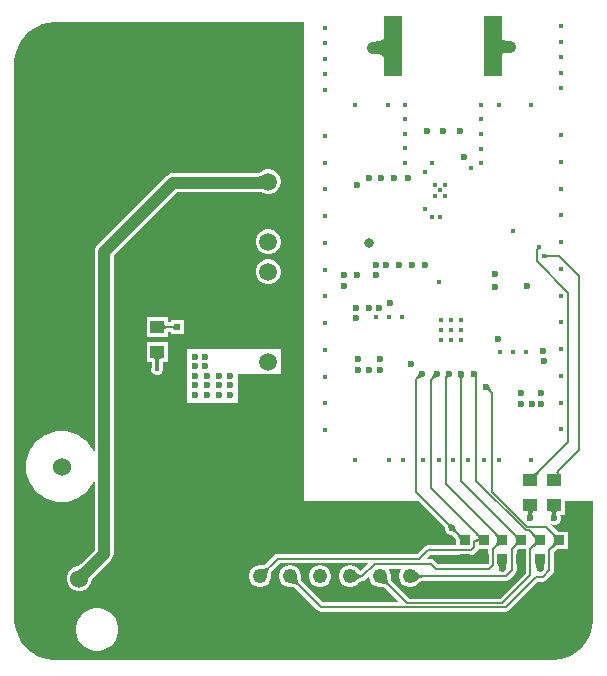
<source format=gbl>
G04*
G04 #@! TF.GenerationSoftware,Altium Limited,Altium Designer,22.1.2 (22)*
G04*
G04 Layer_Physical_Order=4*
G04 Layer_Color=16711680*
%FSLAX25Y25*%
%MOIN*%
G70*
G04*
G04 #@! TF.SameCoordinates,5B492A3F-CB9A-4010-B6E6-7C5E2EA9E8FC*
G04*
G04*
G04 #@! TF.FilePolarity,Positive*
G04*
G01*
G75*
%ADD10C,0.00787*%
%ADD49R,0.05984X0.20000*%
%ADD64R,0.02165X0.02165*%
%ADD76C,0.00394*%
%ADD77C,0.02362*%
%ADD80C,0.01181*%
%ADD81C,0.03937*%
%ADD82C,0.06000*%
%ADD83C,0.05984*%
%ADD84C,0.04882*%
%ADD85R,0.04882X0.04882*%
%ADD86C,0.23622*%
%ADD87C,0.06024*%
%ADD88R,0.06024X0.06024*%
%ADD89C,0.02362*%
%ADD90C,0.03150*%
%ADD91C,0.01575*%
%ADD100R,0.03819X0.03425*%
%ADD101R,0.04724X0.04331*%
G36*
X164571Y209014D02*
X164654Y208878D01*
X164793Y208758D01*
X164988Y208654D01*
X165238Y208566D01*
X165544Y208494D01*
X165905Y208438D01*
X166322Y208398D01*
X167323Y208366D01*
Y204429D01*
X166795Y204421D01*
X165905Y204357D01*
X165544Y204301D01*
X165238Y204229D01*
X164988Y204141D01*
X164793Y204037D01*
X164654Y203918D01*
X164571Y203782D01*
X164543Y203630D01*
Y209166D01*
X164571Y209014D01*
D02*
G37*
G36*
X125221Y202350D02*
X125183Y202689D01*
X125070Y202992D01*
X124882Y203260D01*
X124619Y203492D01*
X124280Y203688D01*
X123866Y203849D01*
X123376Y203973D01*
X122812Y204063D01*
X122172Y204116D01*
X121457Y204134D01*
Y208071D01*
X122172Y208089D01*
X122812Y208142D01*
X123376Y208231D01*
X123866Y208356D01*
X124280Y208517D01*
X124619Y208713D01*
X124882Y208945D01*
X125070Y209212D01*
X125183Y209516D01*
X125221Y209855D01*
Y202350D01*
D02*
G37*
G36*
X177111Y138891D02*
X177074Y138882D01*
X177034Y138866D01*
X176991Y138846D01*
X176946Y138820D01*
X176898Y138788D01*
X176793Y138707D01*
X176737Y138658D01*
X176617Y138544D01*
X175933Y138974D01*
X175991Y139035D01*
X176087Y139152D01*
X176124Y139208D01*
X176154Y139262D01*
X176177Y139314D01*
X176193Y139365D01*
X176201Y139414D01*
X176203Y139461D01*
X176197Y139507D01*
X177111Y138891D01*
D02*
G37*
G36*
X179201Y137056D02*
X179237Y137025D01*
X179280Y136998D01*
X179328Y136975D01*
X179383Y136955D01*
X179444Y136939D01*
X179510Y136926D01*
X179583Y136917D01*
X179661Y136911D01*
X179746Y136909D01*
X179630Y136122D01*
X179545Y136121D01*
X179323Y136102D01*
X179261Y136091D01*
X179204Y136077D01*
X179152Y136061D01*
X179107Y136042D01*
X179067Y136021D01*
X179032Y135997D01*
X179170Y137091D01*
X179201Y137056D01*
D02*
G37*
G36*
X146510Y96187D02*
X146491Y96186D01*
X146467Y96177D01*
X146436Y96160D01*
X146399Y96135D01*
X146356Y96102D01*
X146250Y96012D01*
X146046Y95815D01*
X145489Y96372D01*
X145544Y96428D01*
X145668Y96573D01*
X145695Y96613D01*
X145716Y96648D01*
X145729Y96680D01*
X145736Y96708D01*
X145736Y96732D01*
X145730Y96751D01*
X146510Y96187D01*
D02*
G37*
G36*
X142705Y96162D02*
X142586Y96159D01*
X142471Y96148D01*
X142360Y96129D01*
X142254Y96103D01*
X142152Y96068D01*
X142054Y96026D01*
X141961Y95975D01*
X141872Y95916D01*
X141787Y95850D01*
X141706Y95776D01*
X141150Y96332D01*
X141224Y96413D01*
X141290Y96498D01*
X141349Y96587D01*
X141400Y96680D01*
X141442Y96778D01*
X141477Y96880D01*
X141503Y96986D01*
X141522Y97097D01*
X141533Y97212D01*
X141535Y97331D01*
X142705Y96162D01*
D02*
G37*
G36*
X137685D02*
X137566Y96159D01*
X137451Y96148D01*
X137340Y96129D01*
X137234Y96103D01*
X137132Y96068D01*
X137035Y96026D01*
X136941Y95975D01*
X136852Y95916D01*
X136767Y95850D01*
X136687Y95776D01*
X136130Y96332D01*
X136204Y96413D01*
X136271Y96498D01*
X136329Y96587D01*
X136380Y96680D01*
X136422Y96778D01*
X136457Y96880D01*
X136484Y96986D01*
X136502Y97097D01*
X136513Y97212D01*
X136516Y97331D01*
X137685Y96162D01*
D02*
G37*
G36*
X151630Y96413D02*
X151557Y96324D01*
X151492Y96233D01*
X151435Y96139D01*
X151388Y96042D01*
X151349Y95943D01*
X151319Y95841D01*
X151297Y95737D01*
X151284Y95630D01*
X151279Y95520D01*
X150492D01*
X150488Y95630D01*
X150475Y95737D01*
X150453Y95841D01*
X150423Y95943D01*
X150384Y96042D01*
X150336Y96139D01*
X150280Y96233D01*
X150215Y96324D01*
X150141Y96413D01*
X150059Y96499D01*
X151713D01*
X151630Y96413D01*
D02*
G37*
G36*
X160436Y92979D02*
X160447Y92864D01*
X160465Y92754D01*
X160492Y92648D01*
X160526Y92546D01*
X160569Y92448D01*
X160619Y92355D01*
X160678Y92265D01*
X160745Y92181D01*
X160819Y92100D01*
X160262Y91543D01*
X160181Y91618D01*
X160097Y91684D01*
X160008Y91743D01*
X159914Y91793D01*
X159817Y91836D01*
X159715Y91870D01*
X159608Y91897D01*
X159498Y91916D01*
X159383Y91926D01*
X159264Y91929D01*
X160433Y93098D01*
X160436Y92979D01*
D02*
G37*
G36*
X183499Y64754D02*
X183509Y64630D01*
X183526Y64520D01*
X183550Y64425D01*
X183580Y64344D01*
X183617Y64278D01*
X183661Y64227D01*
X183712Y64191D01*
X183769Y64169D01*
X183834Y64161D01*
X182370D01*
X182434Y64169D01*
X182492Y64191D01*
X182542Y64227D01*
X182586Y64278D01*
X182624Y64344D01*
X182654Y64425D01*
X182678Y64520D01*
X182694Y64630D01*
X182705Y64754D01*
X182708Y64893D01*
X183495D01*
X183499Y64754D01*
D02*
G37*
G36*
X176923Y64358D02*
X176758Y64188D01*
X176501Y63886D01*
X176409Y63755D01*
X176341Y63638D01*
X176298Y63533D01*
X176278Y63441D01*
X176283Y63362D01*
X176312Y63297D01*
X176366Y63244D01*
X175056Y64161D01*
X175128Y64128D01*
X175216Y64121D01*
X175318Y64140D01*
X175435Y64185D01*
X175567Y64255D01*
X175714Y64352D01*
X175875Y64474D01*
X176242Y64797D01*
X176447Y64996D01*
X176923Y64358D01*
D02*
G37*
G36*
X182959Y51587D02*
X182858Y51551D01*
X182770Y51491D01*
X182693Y51408D01*
X182628Y51301D01*
X182575Y51169D01*
X182534Y51014D01*
X182504Y50835D01*
X182492Y50701D01*
X182502Y50589D01*
X182518Y50487D01*
X182539Y50394D01*
X182565Y50309D01*
X182596Y50233D01*
X182632Y50166D01*
X182672Y50107D01*
X182717Y50056D01*
X181063D01*
X181108Y50107D01*
X181148Y50166D01*
X181184Y50233D01*
X181214Y50309D01*
X181240Y50394D01*
X181261Y50487D01*
X181278Y50589D01*
X181289Y50687D01*
X181276Y50835D01*
X181246Y51014D01*
X181205Y51169D01*
X181152Y51301D01*
X181087Y51408D01*
X181010Y51491D01*
X180921Y51551D01*
X180821Y51587D01*
X180709Y51599D01*
X183071D01*
X182959Y51587D01*
D02*
G37*
G36*
X175085D02*
X174984Y51551D01*
X174896Y51491D01*
X174819Y51408D01*
X174754Y51301D01*
X174701Y51169D01*
X174659Y51014D01*
X174630Y50835D01*
X174618Y50701D01*
X174628Y50589D01*
X174644Y50487D01*
X174665Y50394D01*
X174691Y50309D01*
X174722Y50233D01*
X174758Y50166D01*
X174798Y50107D01*
X174843Y50056D01*
X173189D01*
X173234Y50107D01*
X173274Y50166D01*
X173309Y50233D01*
X173340Y50309D01*
X173366Y50394D01*
X173387Y50487D01*
X173404Y50589D01*
X173415Y50687D01*
X173402Y50835D01*
X173372Y51014D01*
X173331Y51169D01*
X173278Y51301D01*
X173213Y51408D01*
X173136Y51491D01*
X173047Y51551D01*
X172947Y51587D01*
X172835Y51599D01*
X175197D01*
X175085Y51587D01*
D02*
G37*
G36*
X146905Y47556D02*
X146990Y47489D01*
X147079Y47431D01*
X147172Y47380D01*
X147270Y47337D01*
X147372Y47303D01*
X147478Y47276D01*
X147589Y47258D01*
X147704Y47247D01*
X147823Y47244D01*
X146654Y46075D01*
X146651Y46194D01*
X146640Y46309D01*
X146621Y46419D01*
X146595Y46526D01*
X146560Y46628D01*
X146518Y46725D01*
X146467Y46819D01*
X146409Y46908D01*
X146342Y46993D01*
X146268Y47073D01*
X146825Y47630D01*
X146905Y47556D01*
D02*
G37*
G36*
X149011Y45878D02*
X149017Y45764D01*
X149032Y45654D01*
X149055Y45549D01*
X149087Y45447D01*
X149127Y45350D01*
X149176Y45256D01*
X149234Y45167D01*
X149300Y45082D01*
X149375Y45001D01*
X148790Y44472D01*
X148711Y44546D01*
X148626Y44612D01*
X148537Y44672D01*
X148444Y44724D01*
X148346Y44769D01*
X148244Y44806D01*
X148137Y44836D01*
X148026Y44859D01*
X147911Y44875D01*
X147791Y44883D01*
X149014Y45996D01*
X149011Y45878D01*
D02*
G37*
G36*
X162795Y44185D02*
X163325Y43737D01*
X163471Y43639D01*
X163603Y43567D01*
X163720Y43521D01*
X163821Y43501D01*
X163908Y43507D01*
X163980Y43539D01*
X162681Y42634D01*
X162734Y42686D01*
X162761Y42750D01*
X162765Y42829D01*
X162745Y42920D01*
X162700Y43025D01*
X162631Y43143D01*
X162538Y43274D01*
X162420Y43419D01*
X162113Y43748D01*
X162588Y44386D01*
X162795Y44185D01*
D02*
G37*
G36*
X156594D02*
X157124Y43737D01*
X157271Y43639D01*
X157402Y43567D01*
X157519Y43521D01*
X157621Y43501D01*
X157707Y43507D01*
X157779Y43539D01*
X156481Y42634D01*
X156533Y42686D01*
X156561Y42750D01*
X156564Y42829D01*
X156544Y42920D01*
X156499Y43025D01*
X156430Y43143D01*
X156337Y43274D01*
X156219Y43419D01*
X155912Y43748D01*
X156387Y44386D01*
X156594Y44185D01*
D02*
G37*
G36*
X175391Y43951D02*
X175682Y43703D01*
X175811Y43613D01*
X175927Y43545D01*
X176033Y43499D01*
X176128Y43476D01*
X176210Y43475D01*
X176282Y43496D01*
X176342Y43539D01*
X175241Y42437D01*
X175284Y42498D01*
X175305Y42569D01*
X175304Y42652D01*
X175280Y42746D01*
X175234Y42852D01*
X175166Y42969D01*
X175076Y43097D01*
X174964Y43237D01*
X174672Y43551D01*
X175229Y44108D01*
X175391Y43951D01*
D02*
G37*
G36*
X169131D02*
X169422Y43703D01*
X169551Y43613D01*
X169668Y43545D01*
X169773Y43499D01*
X169868Y43476D01*
X169950Y43475D01*
X170022Y43496D01*
X170082Y43539D01*
X168981Y42437D01*
X169024Y42498D01*
X169045Y42569D01*
X169044Y42652D01*
X169020Y42746D01*
X168975Y42852D01*
X168907Y42969D01*
X168816Y43097D01*
X168704Y43237D01*
X168412Y43551D01*
X168969Y44108D01*
X169131Y43951D01*
D02*
G37*
G36*
X150430D02*
X150721Y43703D01*
X150850Y43613D01*
X150967Y43545D01*
X151073Y43499D01*
X151167Y43476D01*
X151250Y43475D01*
X151321Y43496D01*
X151381Y43539D01*
X150280Y42437D01*
X150323Y42498D01*
X150344Y42569D01*
X150343Y42652D01*
X150320Y42746D01*
X150274Y42852D01*
X150206Y42969D01*
X150116Y43097D01*
X150003Y43237D01*
X149711Y43551D01*
X150268Y44108D01*
X150430Y43951D01*
D02*
G37*
G36*
X156481Y41099D02*
X156473Y41167D01*
X156450Y41228D01*
X156412Y41281D01*
X156359Y41328D01*
X156290Y41367D01*
X156206Y41399D01*
X156107Y41425D01*
X155992Y41442D01*
X155862Y41453D01*
X155717Y41457D01*
Y42244D01*
X155862Y42248D01*
X155992Y42258D01*
X156107Y42276D01*
X156206Y42301D01*
X156290Y42334D01*
X156359Y42373D01*
X156412Y42419D01*
X156450Y42473D01*
X156473Y42534D01*
X156481Y42602D01*
Y41099D01*
D02*
G37*
G36*
X182878Y40162D02*
X182806Y40194D01*
X182719Y40200D01*
X182617Y40179D01*
X182501Y40134D01*
X182369Y40062D01*
X182222Y39964D01*
X182061Y39841D01*
X181692Y39516D01*
X181486Y39315D01*
X181010Y39953D01*
X181176Y40124D01*
X181435Y40427D01*
X181528Y40558D01*
X181597Y40676D01*
X181642Y40781D01*
X181663Y40872D01*
X181659Y40950D01*
X181631Y41015D01*
X181579Y41067D01*
X182878Y40162D01*
D02*
G37*
G36*
X176342D02*
X176282Y40205D01*
X176210Y40226D01*
X176128Y40225D01*
X176033Y40202D01*
X175927Y40156D01*
X175811Y40088D01*
X175682Y39998D01*
X175542Y39885D01*
X175229Y39593D01*
X174672Y40150D01*
X174829Y40312D01*
X175076Y40603D01*
X175166Y40732D01*
X175234Y40849D01*
X175280Y40954D01*
X175304Y41049D01*
X175305Y41132D01*
X175284Y41203D01*
X175241Y41263D01*
X176342Y40162D01*
D02*
G37*
G36*
X170082D02*
X170022Y40205D01*
X169950Y40226D01*
X169868Y40225D01*
X169773Y40202D01*
X169668Y40156D01*
X169551Y40088D01*
X169422Y39998D01*
X169282Y39885D01*
X168969Y39593D01*
X168412Y40150D01*
X168569Y40312D01*
X168816Y40603D01*
X168907Y40732D01*
X168975Y40849D01*
X169020Y40954D01*
X169044Y41049D01*
X169045Y41132D01*
X169024Y41203D01*
X168981Y41263D01*
X170082Y40162D01*
D02*
G37*
G36*
X163783D02*
X163723Y40205D01*
X163651Y40226D01*
X163568Y40225D01*
X163474Y40202D01*
X163368Y40156D01*
X163251Y40088D01*
X163123Y39998D01*
X162983Y39885D01*
X162670Y39593D01*
X162113Y40150D01*
X162270Y40312D01*
X162517Y40603D01*
X162608Y40732D01*
X162675Y40849D01*
X162721Y40954D01*
X162745Y41049D01*
X162746Y41132D01*
X162725Y41203D01*
X162681Y41263D01*
X163783Y40162D01*
D02*
G37*
G36*
X159851Y38937D02*
X159851Y38937D01*
Y34172D01*
X159568Y33889D01*
X143272D01*
X141971Y35190D01*
X141450Y35539D01*
X141348Y35559D01*
X140835Y35661D01*
X140835Y35661D01*
X139145D01*
X140480Y36997D01*
X154210D01*
X154210Y36997D01*
X154722Y37099D01*
X154824Y37119D01*
X155345Y37467D01*
X156391Y38513D01*
X156391Y38513D01*
X156688Y38957D01*
X159855D01*
X159851Y38937D01*
D02*
G37*
G36*
X178449Y34006D02*
X178407Y33962D01*
X178370Y33890D01*
X178337Y33789D01*
X178310Y33660D01*
X178288Y33501D01*
X178258Y33098D01*
X178248Y32579D01*
X175886D01*
X175883Y32853D01*
X175824Y33660D01*
X175796Y33789D01*
X175764Y33890D01*
X175727Y33962D01*
X175685Y34006D01*
X175638Y34020D01*
X178496D01*
X178449Y34006D01*
D02*
G37*
G36*
X165949D02*
X165907Y33962D01*
X165870Y33890D01*
X165837Y33789D01*
X165810Y33660D01*
X165788Y33501D01*
X165758Y33098D01*
X165748Y32579D01*
X163386D01*
X163383Y32853D01*
X163324Y33660D01*
X163296Y33789D01*
X163264Y33890D01*
X163227Y33962D01*
X163185Y34006D01*
X163138Y34020D01*
X165996D01*
X165949Y34006D01*
D02*
G37*
G36*
X86876Y32382D02*
X86763Y32250D01*
X86662Y32094D01*
X86574Y31913D01*
X86498Y31707D01*
X86434Y31475D01*
X86383Y31219D01*
X86343Y30938D01*
X86301Y30301D01*
X86299Y29946D01*
X83883Y32362D01*
X84238Y32364D01*
X84875Y32406D01*
X85156Y32445D01*
X85412Y32497D01*
X85644Y32561D01*
X85850Y32637D01*
X86031Y32725D01*
X86187Y32826D01*
X86319Y32939D01*
X86876Y32382D01*
D02*
G37*
G36*
X172351Y38878D02*
X172351Y38878D01*
Y31071D01*
X163693Y22413D01*
X133637D01*
X127719Y28331D01*
X127714Y28340D01*
X127683Y28403D01*
X127645Y28505D01*
X127606Y28646D01*
X127570Y28826D01*
X127542Y29027D01*
X127506Y29585D01*
X127503Y29905D01*
X127480Y30017D01*
Y30398D01*
X127234Y31319D01*
X126757Y32145D01*
X126452Y32449D01*
X131264D01*
X130960Y32145D01*
X130483Y31319D01*
X130236Y30398D01*
Y29444D01*
X130483Y28523D01*
X130960Y27697D01*
X131634Y27023D01*
X132460Y26546D01*
X133381Y26299D01*
X134335D01*
X135256Y26546D01*
X136082Y27023D01*
X136269Y27209D01*
X136343Y27254D01*
X136587Y27477D01*
X137033Y27842D01*
X137207Y27966D01*
X137370Y28069D01*
X137506Y28143D01*
X137613Y28190D01*
X137685Y28215D01*
X137697Y28217D01*
X165708D01*
X165708Y28217D01*
X166221Y28319D01*
X166323Y28339D01*
X166844Y28688D01*
X168911Y30755D01*
X168911Y30755D01*
X169259Y31275D01*
X169381Y31890D01*
Y38292D01*
X169962Y38872D01*
X170053Y38957D01*
X172367D01*
X172351Y38878D01*
D02*
G37*
G36*
X115855Y31380D02*
X116334Y30959D01*
X116561Y30788D01*
X116779Y30644D01*
X116987Y30525D01*
X117187Y30433D01*
X117377Y30368D01*
X117559Y30328D01*
X117732Y30315D01*
Y29528D01*
X117559Y29514D01*
X117377Y29475D01*
X117187Y29409D01*
X116987Y29317D01*
X116779Y29199D01*
X116561Y29054D01*
X116334Y28883D01*
X115855Y28462D01*
X115601Y28213D01*
Y31630D01*
X115855Y31380D01*
D02*
G37*
G36*
X135908Y31303D02*
X136365Y30874D01*
X136583Y30700D01*
X136795Y30552D01*
X136999Y30431D01*
X137196Y30337D01*
X137386Y30270D01*
X137570Y30230D01*
X137746Y30217D01*
X137714Y29429D01*
X137545Y29416D01*
X137365Y29378D01*
X137174Y29313D01*
X136972Y29223D01*
X136760Y29108D01*
X136536Y28966D01*
X136301Y28799D01*
X135799Y28388D01*
X135531Y28144D01*
X135669Y31558D01*
X135908Y31303D01*
D02*
G37*
G36*
X126302Y29541D02*
X126343Y28904D01*
X126383Y28623D01*
X126434Y28367D01*
X126498Y28136D01*
X126574Y27930D01*
X126662Y27749D01*
X126763Y27592D01*
X126876Y27461D01*
X126319Y26904D01*
X126187Y27017D01*
X126031Y27117D01*
X125850Y27206D01*
X125644Y27282D01*
X125412Y27345D01*
X125156Y27397D01*
X124875Y27436D01*
X124239Y27478D01*
X123883Y27480D01*
X126299Y29897D01*
X126302Y29541D01*
D02*
G37*
G36*
X96302D02*
X96343Y28904D01*
X96382Y28623D01*
X96434Y28367D01*
X96498Y28136D01*
X96574Y27930D01*
X96662Y27749D01*
X96763Y27592D01*
X96876Y27461D01*
X96319Y26904D01*
X96187Y27017D01*
X96031Y27117D01*
X95850Y27206D01*
X95644Y27282D01*
X95412Y27345D01*
X95156Y27397D01*
X94875Y27436D01*
X94239Y27478D01*
X93883Y27480D01*
X96299Y29897D01*
X96302Y29541D01*
D02*
G37*
G36*
X98425Y141732D02*
Y114173D01*
Y55118D01*
X136509D01*
X145437Y46190D01*
X145439Y46185D01*
X145442Y46172D01*
X145445Y46152D01*
X145448Y46124D01*
X145450Y46047D01*
X145473Y45945D01*
Y45593D01*
X145832Y44725D01*
X146497Y44060D01*
X147365Y43701D01*
X147637D01*
X147709Y43681D01*
X147790Y43676D01*
X147825Y43671D01*
X147852Y43665D01*
X147873Y43660D01*
X147888Y43654D01*
X147899Y43649D01*
X147899Y43649D01*
X148990Y42558D01*
X149075Y42467D01*
Y40208D01*
X139815D01*
X139201Y40086D01*
X138680Y39738D01*
X138680Y39738D01*
X136335Y37393D01*
X89724D01*
X89110Y37271D01*
X88589Y36923D01*
X88589Y36923D01*
X85449Y33783D01*
X85440Y33777D01*
X85377Y33746D01*
X85274Y33708D01*
X85133Y33669D01*
X84954Y33633D01*
X84752Y33605D01*
X84195Y33569D01*
X83874Y33566D01*
X83763Y33543D01*
X83381D01*
X82460Y33296D01*
X81634Y32820D01*
X80960Y32145D01*
X80483Y31319D01*
X80236Y30398D01*
Y29444D01*
X80483Y28523D01*
X80960Y27697D01*
X81634Y27023D01*
X82460Y26546D01*
X83381Y26299D01*
X84335D01*
X85256Y26546D01*
X86082Y27023D01*
X86757Y27697D01*
X87234Y28523D01*
X87480Y29444D01*
Y29826D01*
X87503Y29937D01*
X87506Y30258D01*
X87542Y30815D01*
X87570Y31017D01*
X87606Y31196D01*
X87645Y31337D01*
X87683Y31440D01*
X87714Y31503D01*
X87720Y31512D01*
X90390Y34182D01*
X120002D01*
X117461Y31641D01*
X117410Y31670D01*
X117258Y31771D01*
X117095Y31894D01*
X116675Y32262D01*
X116447Y32487D01*
X116352Y32550D01*
X116082Y32820D01*
X115256Y33296D01*
X114335Y33543D01*
X113381D01*
X112460Y33296D01*
X111634Y32820D01*
X110960Y32145D01*
X110483Y31319D01*
X110236Y30398D01*
Y29444D01*
X110483Y28523D01*
X110960Y27697D01*
X111634Y27023D01*
X112460Y26546D01*
X113381Y26299D01*
X114335D01*
X115256Y26546D01*
X116082Y27023D01*
X116352Y27293D01*
X116447Y27355D01*
X116675Y27580D01*
X117095Y27949D01*
X117258Y28071D01*
X117410Y28172D01*
X117537Y28245D01*
X117636Y28290D01*
X117702Y28313D01*
X117713Y28316D01*
X118012D01*
X118012Y28316D01*
X118525Y28418D01*
X118627Y28438D01*
X119148Y28786D01*
X120236Y29875D01*
Y29444D01*
X120483Y28523D01*
X120960Y27697D01*
X121634Y27023D01*
X122460Y26546D01*
X123381Y26299D01*
X123763D01*
X123874Y26276D01*
X124195Y26274D01*
X124752Y26237D01*
X124954Y26209D01*
X125133Y26173D01*
X125274Y26134D01*
X125376Y26097D01*
X125440Y26066D01*
X125449Y26060D01*
X130238Y21271D01*
X104779D01*
X97720Y28331D01*
X97714Y28340D01*
X97683Y28403D01*
X97645Y28505D01*
X97606Y28646D01*
X97570Y28826D01*
X97542Y29027D01*
X97505Y29585D01*
X97503Y29905D01*
X97480Y30017D01*
Y30398D01*
X97233Y31319D01*
X96757Y32145D01*
X96082Y32820D01*
X95256Y33296D01*
X94335Y33543D01*
X93381D01*
X92460Y33296D01*
X91634Y32820D01*
X90960Y32145D01*
X90483Y31319D01*
X90236Y30398D01*
Y29444D01*
X90483Y28523D01*
X90960Y27697D01*
X91634Y27023D01*
X92460Y26546D01*
X93381Y26299D01*
X93763D01*
X93874Y26276D01*
X94195Y26274D01*
X94752Y26237D01*
X94954Y26209D01*
X95133Y26173D01*
X95274Y26134D01*
X95376Y26097D01*
X95440Y26066D01*
X95449Y26060D01*
X102979Y18530D01*
X102979Y18530D01*
X103500Y18182D01*
X104114Y18060D01*
X165866D01*
X165866Y18060D01*
X166379Y18162D01*
X166481Y18182D01*
X167002Y18530D01*
X176591Y28119D01*
X178208D01*
X178208Y28119D01*
X178721Y28221D01*
X178823Y28241D01*
X179344Y28589D01*
X181431Y30676D01*
X181779Y31197D01*
X181901Y31811D01*
X181901Y31811D01*
Y38016D01*
X182563Y38678D01*
X182825Y38909D01*
X182887Y38957D01*
X186555D01*
Y44744D01*
X183106D01*
X183084Y44777D01*
X183084Y44777D01*
X180722Y47140D01*
X181420Y46850D01*
X182360D01*
X183228Y47210D01*
X183892Y47875D01*
X184252Y48743D01*
Y49683D01*
X183957Y50394D01*
X185433D01*
Y55118D01*
X194843D01*
Y15748D01*
Y14847D01*
X194608Y13061D01*
X194142Y11322D01*
X193453Y9657D01*
X192552Y8098D01*
X191455Y6668D01*
X190182Y5395D01*
X188753Y4298D01*
X187193Y3398D01*
X185529Y2708D01*
X183789Y2242D01*
X182003Y2007D01*
X14847D01*
X13061Y2242D01*
X11322Y2708D01*
X9657Y3398D01*
X8098Y4298D01*
X6668Y5395D01*
X5395Y6668D01*
X4298Y8098D01*
X3398Y9657D01*
X2708Y11322D01*
X2242Y13061D01*
X2007Y14847D01*
Y15748D01*
Y200787D01*
Y201688D01*
X2242Y203474D01*
X2708Y205214D01*
X3398Y206878D01*
X4298Y208438D01*
X5395Y209867D01*
X6668Y211141D01*
X8098Y212237D01*
X9657Y213138D01*
X11322Y213827D01*
X13061Y214293D01*
X14847Y214528D01*
X98425D01*
Y141732D01*
D02*
G37*
%LPC*%
G36*
X87164Y165591D02*
X86065D01*
X85003Y165306D01*
X84052Y164757D01*
X83675Y164381D01*
X82674Y164311D01*
X55009D01*
X54187Y164202D01*
X53421Y163885D01*
X52763Y163380D01*
X29643Y140261D01*
X29139Y139603D01*
X28821Y138837D01*
X28713Y138014D01*
Y70773D01*
X28273Y71835D01*
X27301Y73421D01*
X26094Y74834D01*
X24680Y76042D01*
X23095Y77013D01*
X21378Y77724D01*
X19570Y78158D01*
X17717Y78304D01*
X15863Y78158D01*
X14055Y77724D01*
X12338Y77013D01*
X10753Y76042D01*
X9339Y74834D01*
X8132Y73421D01*
X7160Y71835D01*
X6449Y70118D01*
X6015Y68310D01*
X5869Y66457D01*
X6015Y64603D01*
X6449Y62796D01*
X7160Y61078D01*
X8132Y59493D01*
X9339Y58079D01*
X10753Y56872D01*
X12338Y55901D01*
X14055Y55189D01*
X15863Y54755D01*
X17717Y54609D01*
X19570Y54755D01*
X21378Y55189D01*
X23095Y55901D01*
X24680Y56872D01*
X26094Y58079D01*
X27301Y59493D01*
X28273Y61078D01*
X28713Y62141D01*
Y38717D01*
X24124Y34129D01*
X23462Y33492D01*
X23272Y33327D01*
X23070D01*
X22004Y33041D01*
X21047Y32489D01*
X20267Y31708D01*
X19715Y30752D01*
X19429Y29686D01*
Y28582D01*
X19715Y27516D01*
X20267Y26559D01*
X21047Y25779D01*
X22004Y25227D01*
X23070Y24941D01*
X24174D01*
X25240Y25227D01*
X26197Y25779D01*
X26977Y26559D01*
X27529Y27516D01*
X27815Y28582D01*
Y28746D01*
X28510Y29529D01*
X34136Y35155D01*
X34641Y35813D01*
X34958Y36579D01*
X35067Y37402D01*
Y136698D01*
X56325Y157957D01*
X83323D01*
X84275Y157949D01*
X85003Y157528D01*
X86065Y157244D01*
X87164D01*
X88225Y157528D01*
X89177Y158078D01*
X89954Y158855D01*
X90503Y159807D01*
X90787Y160868D01*
Y161967D01*
X90503Y163028D01*
X89954Y163980D01*
X89177Y164757D01*
X88225Y165306D01*
X87164Y165591D01*
D02*
G37*
G36*
Y145590D02*
X86065D01*
X85003Y145306D01*
X84052Y144757D01*
X83275Y143980D01*
X82725Y143028D01*
X82441Y141967D01*
Y140868D01*
X82725Y139806D01*
X83275Y138855D01*
X84052Y138078D01*
X85003Y137529D01*
X86065Y137244D01*
X87164D01*
X88225Y137529D01*
X89177Y138078D01*
X89954Y138855D01*
X90503Y139806D01*
X90787Y140868D01*
Y141967D01*
X90503Y143028D01*
X89954Y143980D01*
X89177Y144757D01*
X88225Y145306D01*
X87164Y145590D01*
D02*
G37*
G36*
Y135591D02*
X86065D01*
X85003Y135306D01*
X84052Y134757D01*
X83275Y133980D01*
X82725Y133028D01*
X82441Y131967D01*
Y130868D01*
X82725Y129806D01*
X83275Y128855D01*
X84052Y128078D01*
X85003Y127529D01*
X86065Y127244D01*
X87164D01*
X88225Y127529D01*
X89177Y128078D01*
X89954Y128855D01*
X90503Y129806D01*
X90787Y130868D01*
Y131967D01*
X90503Y133028D01*
X89954Y133980D01*
X89177Y134757D01*
X88225Y135306D01*
X87164Y135591D01*
D02*
G37*
G36*
X53150Y116240D02*
X46063D01*
Y109547D01*
X53150D01*
Y111288D01*
X54036D01*
Y110630D01*
X58563D01*
Y115157D01*
X54036D01*
Y114499D01*
X53150D01*
Y116240D01*
D02*
G37*
G36*
Y107972D02*
X46063D01*
Y101279D01*
X47800D01*
Y99700D01*
X47638Y99309D01*
Y98526D01*
X47938Y97802D01*
X48491Y97249D01*
X49215Y96949D01*
X49998D01*
X50721Y97249D01*
X51275Y97802D01*
X51575Y98526D01*
Y99309D01*
X51413Y99700D01*
Y101279D01*
X53150D01*
Y107972D01*
D02*
G37*
G36*
X90787Y105633D02*
X59449D01*
Y87795D01*
X76575D01*
Y97244D01*
X90787D01*
Y105633D01*
D02*
G37*
G36*
X104335Y33543D02*
X103381D01*
X102460Y33296D01*
X101634Y32820D01*
X100960Y32145D01*
X100483Y31319D01*
X100236Y30398D01*
Y29444D01*
X100483Y28523D01*
X100960Y27697D01*
X101634Y27023D01*
X102460Y26546D01*
X103381Y26299D01*
X104335D01*
X105256Y26546D01*
X106082Y27023D01*
X106757Y27697D01*
X107234Y28523D01*
X107480Y29444D01*
Y30398D01*
X107234Y31319D01*
X106757Y32145D01*
X106082Y32820D01*
X105256Y33296D01*
X104335Y33543D01*
D02*
G37*
G36*
X30226Y19213D02*
X28830D01*
X27461Y18940D01*
X26171Y18406D01*
X25010Y17630D01*
X24023Y16643D01*
X23247Y15483D01*
X22713Y14193D01*
X22441Y12824D01*
Y11428D01*
X22713Y10059D01*
X23247Y8769D01*
X24023Y7609D01*
X25010Y6622D01*
X26171Y5846D01*
X27461Y5312D01*
X28830Y5039D01*
X30226D01*
X31595Y5312D01*
X32884Y5846D01*
X34045Y6622D01*
X35032Y7609D01*
X35808Y8769D01*
X36342Y10059D01*
X36614Y11428D01*
Y12824D01*
X36342Y14193D01*
X35808Y15483D01*
X35032Y16643D01*
X34045Y17630D01*
X32884Y18406D01*
X31595Y18940D01*
X30226Y19213D01*
D02*
G37*
%LPD*%
G36*
X84685Y159130D02*
X84659Y159137D01*
X84598Y159143D01*
X84371Y159152D01*
X82849Y159165D01*
X82346Y163102D01*
X82687Y163104D01*
X84047Y163199D01*
X84160Y163229D01*
X84240Y163262D01*
X84289Y163300D01*
X84685Y159130D01*
D02*
G37*
G36*
X27904Y30632D02*
X27662Y30388D01*
X26684Y29285D01*
X26646Y29214D01*
X26634Y29164D01*
X23652Y32146D01*
X23702Y32158D01*
X23774Y32196D01*
X23866Y32259D01*
X23981Y32348D01*
X24274Y32602D01*
X25120Y33415D01*
X27904Y30632D01*
D02*
G37*
G36*
X55241Y112106D02*
X55233Y112181D01*
X55209Y112248D01*
X55169Y112307D01*
X55113Y112358D01*
X55041Y112402D01*
X54953Y112437D01*
X54849Y112465D01*
X54729Y112484D01*
X54593Y112496D01*
X54441Y112500D01*
Y113287D01*
X54593Y113291D01*
X54729Y113303D01*
X54849Y113323D01*
X54953Y113350D01*
X55041Y113386D01*
X55113Y113429D01*
X55169Y113480D01*
X55209Y113539D01*
X55233Y113606D01*
X55241Y113681D01*
Y112106D01*
D02*
G37*
G36*
X51952Y113606D02*
X51977Y113539D01*
X52017Y113480D01*
X52072Y113429D01*
X52144Y113386D01*
X52232Y113350D01*
X52336Y113323D01*
X52456Y113303D01*
X52592Y113291D01*
X52744Y113287D01*
Y112500D01*
X52592Y112496D01*
X52456Y112484D01*
X52336Y112465D01*
X52232Y112437D01*
X52144Y112402D01*
X52072Y112358D01*
X52017Y112307D01*
X51977Y112248D01*
X51952Y112181D01*
X51945Y112106D01*
Y113681D01*
X51952Y113606D01*
D02*
G37*
G36*
X50675Y102473D02*
X50575Y102437D01*
X50486Y102377D01*
X50410Y102294D01*
X50345Y102186D01*
X50291Y102055D01*
X50250Y101900D01*
X50221Y101721D01*
X50203Y101518D01*
X50197Y101292D01*
X49016D01*
X49010Y101518D01*
X48992Y101721D01*
X48963Y101900D01*
X48921Y102055D01*
X48868Y102186D01*
X48803Y102294D01*
X48726Y102377D01*
X48638Y102437D01*
X48537Y102473D01*
X48425Y102485D01*
X50787D01*
X50675Y102473D01*
D02*
G37*
D10*
X142607Y32283D02*
X160233D01*
X161457Y33507D01*
X140835Y34055D02*
X142607Y32283D01*
X140847Y59370D02*
Y95472D01*
X137000Y35787D02*
X139815Y38602D01*
X154210D01*
X155256Y39649D01*
Y41389D01*
X49606Y112894D02*
X56299D01*
X49606Y112894D02*
X49606Y112894D01*
X178208Y29724D02*
X180295Y31811D01*
Y38681D01*
X175925Y29724D02*
X175925D01*
X165866Y19665D02*
X175925Y29724D01*
X104114Y19665D02*
X165866D01*
X175925Y29724D02*
X178208D01*
X167776Y31890D02*
Y38957D01*
X133957Y29823D02*
X165708D01*
X133858Y29921D02*
X133957Y29823D01*
X165708D02*
X167776Y31890D01*
X161457Y38937D02*
X164370Y41850D01*
X181949Y40532D02*
X183268Y41850D01*
X183465D01*
X181949Y40335D02*
Y40532D01*
X173957Y38878D02*
X176929Y41850D01*
X180295Y38681D02*
X181949Y40335D01*
X167776Y38957D02*
X170669Y41850D01*
X161457Y33507D02*
Y38937D01*
X173957Y30405D02*
Y38878D01*
X147835Y45984D02*
Y46063D01*
X135925Y57972D02*
Y95571D01*
Y57972D02*
X147835Y46063D01*
Y45984D02*
X151969Y41850D01*
X164370D02*
X164567D01*
X122146Y34055D02*
X140835D01*
X118012Y29921D02*
X122146Y34055D01*
X113858Y29921D02*
X118012D01*
X89724Y35787D02*
X137000D01*
X83858Y29921D02*
X89724Y35787D01*
X158169Y41850D02*
X158366D01*
X155717D02*
X158169D01*
X155256Y41389D02*
X155717Y41850D01*
X164358Y20807D02*
X173957Y30405D01*
X176929Y41850D02*
X177126D01*
X155315Y96916D02*
Y97342D01*
X156004Y61712D02*
Y96227D01*
X155315Y96916D02*
X156004Y96227D01*
Y61712D02*
X172401Y45315D01*
X151969Y41850D02*
X152165D01*
X140847Y59370D02*
X156850Y43366D01*
Y43169D02*
X158169Y41850D01*
X156850Y43169D02*
Y43366D01*
X163051Y43169D02*
Y43366D01*
X145768Y60650D02*
Y96094D01*
X163051Y43169D02*
X164370Y41850D01*
X145768Y60650D02*
X163051Y43366D01*
X150886Y61634D02*
X170669Y41850D01*
X150886Y61634D02*
Y97342D01*
X173465Y45315D02*
X176929Y41850D01*
X172401Y45315D02*
X173465D01*
X179134Y46457D02*
X181949Y43642D01*
Y43169D02*
Y43642D01*
X172874Y46457D02*
X179134D01*
X181949Y43169D02*
X183268Y41850D01*
X132972Y20807D02*
X164358D01*
X161319Y58012D02*
Y91043D01*
Y58012D02*
X172874Y46457D01*
X123858Y29921D02*
X132972Y20807D01*
X93858Y29921D02*
X104114Y19665D01*
X159252Y93110D02*
X161319Y91043D01*
X175984Y63779D02*
Y63976D01*
X186614Y74606D01*
Y124450D01*
X174016Y62008D02*
X174213D01*
X175984Y63779D01*
X183102Y64893D02*
X190059Y71850D01*
X181890Y62008D02*
X183102Y63220D01*
Y64893D01*
X190059Y71850D02*
Y129921D01*
X183464Y136516D02*
X190059Y129921D01*
X178642Y136516D02*
X183464D01*
X178543Y136614D02*
X178642Y136516D01*
X176969Y139452D02*
Y139665D01*
X176181Y138665D02*
X176969Y139452D01*
X176181Y134883D02*
Y138665D01*
Y134883D02*
X186614Y124450D01*
X135925Y95571D02*
X137697Y97342D01*
X145768Y96094D02*
X146752Y97078D01*
Y97342D01*
X140847Y95472D02*
X142717Y97342D01*
D49*
X128189Y206594D02*
D03*
X161575D02*
D03*
D64*
X56299Y109350D02*
D03*
Y112894D02*
D03*
D76*
X62303Y103051D02*
Y103445D01*
X62697Y103051D01*
X61910Y103445D02*
X62303D01*
X65059Y103051D02*
X65453D01*
X65059D02*
X65453Y103445D01*
Y103051D02*
Y103445D01*
D77*
X170866Y32579D02*
Y35709D01*
X177067Y35650D02*
X177126Y35709D01*
X177067Y32579D02*
Y35650D01*
X183563Y32579D02*
Y35610D01*
X183465Y35709D02*
X183563Y35610D01*
X164567Y32579D02*
Y35709D01*
X147539Y35728D02*
X147559Y35709D01*
X152165D01*
X158366D01*
D80*
X56299Y109350D02*
X56348Y109301D01*
Y107136D02*
Y109301D01*
Y107136D02*
X56398Y107087D01*
X49606Y98917D02*
X49606Y98917D01*
Y104626D01*
X181890Y49213D02*
Y53740D01*
X181890Y53740D02*
X181890Y53740D01*
X174016Y49213D02*
Y53740D01*
X174016Y53740D02*
X174016Y53740D01*
D81*
X23622Y29134D02*
X31890Y37402D01*
Y138014D02*
X55009Y161134D01*
X31890Y37402D02*
Y138014D01*
X55009Y161134D02*
X86331D01*
X86614Y161417D01*
X161575Y206594D02*
X161772Y206398D01*
X167323D01*
X121457Y206102D02*
X127697D01*
X128189Y206594D01*
D82*
X17717Y66457D02*
D03*
D83*
X86614Y121417D02*
D03*
Y131417D02*
D03*
Y141417D02*
D03*
Y101417D02*
D03*
Y111417D02*
D03*
Y151417D02*
D03*
Y161417D02*
D03*
D84*
X73858Y29921D02*
D03*
Y39921D02*
D03*
X83858Y29921D02*
D03*
Y39921D02*
D03*
X93858Y29921D02*
D03*
Y39921D02*
D03*
X103858Y29921D02*
D03*
Y39921D02*
D03*
X113858Y29921D02*
D03*
Y39921D02*
D03*
X123858Y29921D02*
D03*
Y39921D02*
D03*
X133858Y29921D02*
D03*
D85*
Y39921D02*
D03*
D86*
X181102Y15748D02*
D03*
X62992Y66929D02*
D03*
X15748Y200787D02*
D03*
D87*
X23622Y29134D02*
D03*
D88*
X35433D02*
D03*
D89*
X62303Y103076D02*
D03*
X65453D02*
D03*
Y99902D02*
D03*
X62303D02*
D03*
X150394Y178347D02*
D03*
X139370D02*
D03*
X144882D02*
D03*
X95374Y133169D02*
D03*
Y141437D02*
D03*
X96850Y200787D02*
D03*
X155905Y3937D02*
D03*
X136221D02*
D03*
X116535D02*
D03*
X96850Y82677D02*
D03*
X106693Y23622D02*
D03*
X96850Y3937D02*
D03*
X77165Y200787D02*
D03*
X87008Y181102D02*
D03*
X77165Y82677D02*
D03*
X87008Y62992D02*
D03*
Y23622D02*
D03*
X77165Y3937D02*
D03*
X57480Y200787D02*
D03*
X67323Y181102D02*
D03*
Y141732D02*
D03*
X57480Y122047D02*
D03*
Y82677D02*
D03*
Y43307D02*
D03*
X67323Y23622D02*
D03*
X57480Y3937D02*
D03*
X37795Y200787D02*
D03*
X47638Y181102D02*
D03*
X37795Y161417D02*
D03*
X47638Y141732D02*
D03*
X37795Y122047D02*
D03*
Y82677D02*
D03*
X47638Y62992D02*
D03*
X37795Y43307D02*
D03*
Y3937D02*
D03*
X27953Y181102D02*
D03*
X18110Y161417D02*
D03*
X27953Y141732D02*
D03*
X18110Y122047D02*
D03*
Y82677D02*
D03*
Y43307D02*
D03*
X27953Y23622D02*
D03*
X18110Y3937D02*
D03*
X75000Y109646D02*
D03*
Y112992D02*
D03*
Y116339D02*
D03*
Y119685D02*
D03*
Y123031D02*
D03*
X70046Y96752D02*
D03*
X73917Y90354D02*
D03*
Y93553D02*
D03*
Y96752D02*
D03*
X70046Y93553D02*
D03*
Y90354D02*
D03*
X62303D02*
D03*
Y93553D02*
D03*
X66175Y96752D02*
D03*
Y93553D02*
D03*
Y90354D02*
D03*
X62303Y96752D02*
D03*
X78445Y123031D02*
D03*
Y119685D02*
D03*
Y116339D02*
D03*
Y112992D02*
D03*
Y109646D02*
D03*
X123130Y47736D02*
D03*
X106595Y48031D02*
D03*
X156299Y25098D02*
D03*
X143996Y25197D02*
D03*
X170866Y32579D02*
D03*
X183563D02*
D03*
X177067D02*
D03*
X164567D02*
D03*
X147539Y35728D02*
D03*
X147835Y46063D02*
D03*
X161614Y212894D02*
D03*
Y206250D02*
D03*
Y199606D02*
D03*
X128150D02*
D03*
Y206250D02*
D03*
Y212894D02*
D03*
X75394Y150295D02*
D03*
Y153642D02*
D03*
X79232D02*
D03*
X75394Y146949D02*
D03*
Y143602D02*
D03*
X79232D02*
D03*
Y146949D02*
D03*
Y150295D02*
D03*
X45276Y33957D02*
D03*
Y37106D02*
D03*
X41437D02*
D03*
Y33957D02*
D03*
Y20571D02*
D03*
Y23720D02*
D03*
Y30512D02*
D03*
X45276Y23720D02*
D03*
Y30709D02*
D03*
Y27165D02*
D03*
X41437D02*
D03*
X45276Y20571D02*
D03*
X172736Y126772D02*
D03*
X163287Y109055D02*
D03*
X162106Y130512D02*
D03*
X151870Y169488D02*
D03*
X116634Y98721D02*
D03*
X120177D02*
D03*
X123819D02*
D03*
X134646Y133563D02*
D03*
X130315D02*
D03*
X125886D02*
D03*
X122441D02*
D03*
X138976D02*
D03*
X133169Y162598D02*
D03*
X124311Y162795D02*
D03*
X120079D02*
D03*
X162205Y126279D02*
D03*
X115945Y119390D02*
D03*
X112008Y126772D02*
D03*
Y130217D02*
D03*
X122441D02*
D03*
X127264Y120965D02*
D03*
X170866Y90847D02*
D03*
Y87402D02*
D03*
X174409D02*
D03*
X177657D02*
D03*
Y91043D02*
D03*
X178445Y101575D02*
D03*
X178248Y104823D02*
D03*
X137697Y97342D02*
D03*
X142717D02*
D03*
X146752D02*
D03*
X150886D02*
D03*
X155315D02*
D03*
X134055Y100689D02*
D03*
X174016Y49213D02*
D03*
X181890D02*
D03*
X159252Y93110D02*
D03*
X116240Y130217D02*
D03*
X116043Y160236D02*
D03*
X128642Y162697D02*
D03*
X123721Y102264D02*
D03*
X116634D02*
D03*
X115945Y116043D02*
D03*
X123524Y119390D02*
D03*
X120029D02*
D03*
D90*
X68799Y111122D02*
D03*
X120079Y141043D02*
D03*
X167323Y206398D02*
D03*
X121457Y206102D02*
D03*
D91*
X49606Y98917D02*
D03*
X132087Y177428D02*
D03*
Y167717D02*
D03*
Y182283D02*
D03*
Y172572D02*
D03*
Y186811D02*
D03*
X157382Y167520D02*
D03*
Y172441D02*
D03*
Y177362D02*
D03*
Y182283D02*
D03*
X144291Y108760D02*
D03*
X150689Y112106D02*
D03*
Y108760D02*
D03*
Y115453D02*
D03*
X144291D02*
D03*
X143799Y158563D02*
D03*
X145571Y156693D02*
D03*
X142028D02*
D03*
Y160433D02*
D03*
X145571D02*
D03*
X147490Y108760D02*
D03*
Y115453D02*
D03*
Y112106D02*
D03*
X144291D02*
D03*
X138878Y164764D02*
D03*
X141339Y167618D02*
D03*
X168209Y104626D02*
D03*
X172539D02*
D03*
X143799Y149705D02*
D03*
X163878Y104626D02*
D03*
X176969Y139665D02*
D03*
X178543Y136614D02*
D03*
X154232Y165945D02*
D03*
X168110Y145079D02*
D03*
X143602Y128051D02*
D03*
X141043Y149705D02*
D03*
X138878Y152362D02*
D03*
X131102Y116240D02*
D03*
X126772D02*
D03*
X122441D02*
D03*
X163681Y68799D02*
D03*
X158366D02*
D03*
X153347D02*
D03*
X148130D02*
D03*
X143405D02*
D03*
X138287D02*
D03*
X131595D02*
D03*
X157382Y186811D02*
D03*
X163517Y186811D02*
D03*
X174114D02*
D03*
X115551D02*
D03*
X184252Y213287D02*
D03*
Y208117D02*
D03*
Y202946D02*
D03*
Y197776D02*
D03*
Y192605D02*
D03*
X105512Y212697D02*
D03*
Y207526D02*
D03*
Y197185D02*
D03*
Y202356D02*
D03*
Y192014D02*
D03*
X184252Y176969D02*
D03*
Y168052D02*
D03*
Y159136D02*
D03*
Y150220D02*
D03*
Y141304D02*
D03*
Y132387D02*
D03*
Y123471D02*
D03*
Y114555D02*
D03*
Y105639D02*
D03*
Y96722D02*
D03*
Y87806D02*
D03*
Y78890D02*
D03*
X115453Y68799D02*
D03*
X126411Y186811D02*
D03*
X126772Y68799D02*
D03*
X174213D02*
D03*
X105512Y78584D02*
D03*
Y87500D02*
D03*
Y96416D02*
D03*
Y105333D02*
D03*
Y114249D02*
D03*
Y123165D02*
D03*
Y132081D02*
D03*
Y140997D02*
D03*
Y149914D02*
D03*
Y158830D02*
D03*
Y167746D02*
D03*
Y176662D02*
D03*
D100*
X158366Y41850D02*
D03*
Y35709D02*
D03*
X170866D02*
D03*
Y41850D02*
D03*
X164567Y35709D02*
D03*
Y41850D02*
D03*
X183465D02*
D03*
Y35709D02*
D03*
X177126D02*
D03*
Y41850D02*
D03*
X152165D02*
D03*
Y35709D02*
D03*
D101*
X49606Y104626D02*
D03*
Y112894D02*
D03*
X174016Y53740D02*
D03*
Y62008D02*
D03*
X181890D02*
D03*
Y53740D02*
D03*
M02*

</source>
